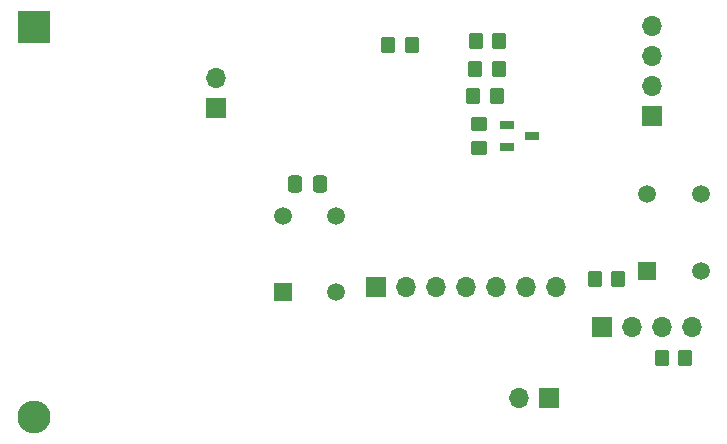
<source format=gbs>
G04 #@! TF.GenerationSoftware,KiCad,Pcbnew,(6.0.4)*
G04 #@! TF.CreationDate,2022-04-15T12:37:11+02:00*
G04 #@! TF.ProjectId,standaard,7374616e-6461-4617-9264-2e6b69636164,rev?*
G04 #@! TF.SameCoordinates,Original*
G04 #@! TF.FileFunction,Soldermask,Bot*
G04 #@! TF.FilePolarity,Negative*
%FSLAX46Y46*%
G04 Gerber Fmt 4.6, Leading zero omitted, Abs format (unit mm)*
G04 Created by KiCad (PCBNEW (6.0.4)) date 2022-04-15 12:37:11*
%MOMM*%
%LPD*%
G01*
G04 APERTURE LIST*
G04 Aperture macros list*
%AMRoundRect*
0 Rectangle with rounded corners*
0 $1 Rounding radius*
0 $2 $3 $4 $5 $6 $7 $8 $9 X,Y pos of 4 corners*
0 Add a 4 corners polygon primitive as box body*
4,1,4,$2,$3,$4,$5,$6,$7,$8,$9,$2,$3,0*
0 Add four circle primitives for the rounded corners*
1,1,$1+$1,$2,$3*
1,1,$1+$1,$4,$5*
1,1,$1+$1,$6,$7*
1,1,$1+$1,$8,$9*
0 Add four rect primitives between the rounded corners*
20,1,$1+$1,$2,$3,$4,$5,0*
20,1,$1+$1,$4,$5,$6,$7,0*
20,1,$1+$1,$6,$7,$8,$9,0*
20,1,$1+$1,$8,$9,$2,$3,0*%
G04 Aperture macros list end*
%ADD10O,1.700000X1.700000*%
%ADD11R,1.700000X1.700000*%
%ADD12R,2.800000X2.800000*%
%ADD13O,2.800000X2.800000*%
%ADD14RoundRect,0.250000X-0.350000X-0.450000X0.350000X-0.450000X0.350000X0.450000X-0.350000X0.450000X0*%
%ADD15RoundRect,0.042000X-0.573000X-0.258000X0.573000X-0.258000X0.573000X0.258000X-0.573000X0.258000X0*%
%ADD16RoundRect,0.250000X0.450000X-0.350000X0.450000X0.350000X-0.450000X0.350000X-0.450000X-0.350000X0*%
%ADD17RoundRect,0.250000X0.337500X0.475000X-0.337500X0.475000X-0.337500X-0.475000X0.337500X-0.475000X0*%
%ADD18RoundRect,0.250000X0.350000X0.450000X-0.350000X0.450000X-0.350000X-0.450000X0.350000X-0.450000X0*%
%ADD19R,1.498000X1.498000*%
%ADD20C,1.498000*%
G04 APERTURE END LIST*
D10*
X180869000Y-64380800D03*
D11*
X183409000Y-64380800D03*
X155209000Y-39805800D03*
D10*
X155209000Y-37265800D03*
D12*
X139809000Y-32980800D03*
D13*
X139809000Y-65980800D03*
D11*
X168759000Y-55005800D03*
D10*
X171299000Y-55005800D03*
X173839000Y-55005800D03*
X176379000Y-55005800D03*
X178919000Y-55005800D03*
X181459000Y-55005800D03*
X183999000Y-55005800D03*
D14*
X187309000Y-54330800D03*
X189309000Y-54330800D03*
X177209000Y-34130800D03*
X179209000Y-34130800D03*
D15*
X179849000Y-43130800D03*
X179849000Y-41230800D03*
X181969000Y-42180800D03*
D14*
X192959000Y-60980800D03*
X194959000Y-60980800D03*
X177009000Y-38830800D03*
X179009000Y-38830800D03*
X177159000Y-36530800D03*
X179159000Y-36530800D03*
D10*
X195499000Y-58380800D03*
X192959000Y-58380800D03*
X190419000Y-58380800D03*
D11*
X187879000Y-58380800D03*
D16*
X177509000Y-43180800D03*
X177509000Y-41180800D03*
D17*
X163996500Y-46230800D03*
X161921500Y-46230800D03*
D18*
X171809000Y-34530800D03*
X169809000Y-34530800D03*
D11*
X192109000Y-40480800D03*
D10*
X192109000Y-37940800D03*
X192109000Y-35400800D03*
X192109000Y-32860800D03*
D19*
X191759000Y-53595800D03*
D20*
X191759000Y-47095800D03*
X196259000Y-53595800D03*
X196259000Y-47095800D03*
D19*
X160909000Y-55430800D03*
D20*
X160909000Y-48930800D03*
X165409000Y-55430800D03*
X165409000Y-48930800D03*
M02*

</source>
